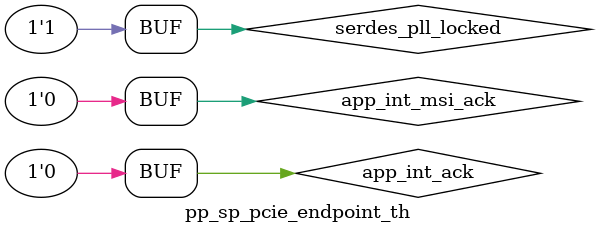
<source format=sv>
/*
Copyright (c) 2021 Jan Marjanovic

Permission is hereby granted, free of charge, to any person obtaining a copy
of this software and associated documentation files (the "Software"), to deal
in the Software without restriction, including without limitation the rights
to use, copy, modify, merge, publish, distribute, sublicense, and/or sell
copies of the Software, and to permit persons to whom the Software is
furnished to do so, subject to the following conditions:

The above copyright notice and this permission notice shall be included in all
copies or substantial portions of the Software.

THE SOFTWARE IS PROVIDED "AS IS", WITHOUT WARRANTY OF ANY KIND, EXPRESS OR
IMPLIED, INCLUDING BUT NOT LIMITED TO THE WARRANTIES OF MERCHANTABILITY,
FITNESS FOR A PARTICULAR PURPOSE AND NONINFRINGEMENT. IN NO EVENT SHALL THE
AUTHORS OR COPYRIGHT HOLDERS BE LIABLE FOR ANY CLAIM, DAMAGES OR OTHER
LIABILITY, WHETHER IN AN ACTION OF CONTRACT, TORT OR OTHERWISE, ARISING FROM,
OUT OF OR IN CONNECTION WITH THE SOFTWARE OR THE USE OR OTHER DEALINGS IN THE
SOFTWARE.
 */

`timescale 1ps / 1ps

module pp_sp_pcie_endpoint_th;

  //============================================================================
  // wires

  // clock, reset, locked
  wire                                   coreclkout_hip;
  wire                                   reset_status;
  wire serdes_pll_locked = 1'b1;
  wire                                   pld_clk_inuse;
  wire                                   pld_core_ready;
  wire                                   testin_zero;
  wire                                   pld_clk_hip;
  wire                                   reset_out;

  // RX
  wire                           [255:0] rx_st_data;
  wire                                   rx_st_sop;
  wire                                   rx_st_eop;
  wire                           [  1:0] rx_st_empty;
  wire                                   rx_st_ready;
  wire                                   rx_st_valid;
  wire                                   rx_st_err;
  wire                                   rx_st_mask;
  wire                           [  7:0] rx_st_bar;
  wire                           [ 31:0] rx_st_be;

  // TX
  wire                           [255:0] tx_st_data;
  wire                                   tx_st_sop;
  wire                                   tx_st_eop;
  wire                                   tx_st_ready;
  wire                                   tx_st_valid;
  wire                           [  1:0] tx_st_empty;
  wire                                   tx_st_err;

  // cfg
  wire                           [ 31:0] tl_cfg_ctl;
  wire                           [  3:0] tl_cfg_add;
  wire                           [ 52:0] tl_cfg_sts;

  // config
  wire                           [  6:0] cpl_err;
  wire                                   cpl_pending;
  wire                           [  4:0] hpg_ctrler;

  // interrupt
  wire                                   app_int_msi_req;
  wire                                   app_int_msi_ack = 1'b0;
  wire                           [  2:0] app_int_msi_tc;
  wire                           [  4:0] app_int_msi_num;
  wire                                   app_int_sts;
  wire                                   app_int_ack = 1'b0;

  // Avalon ST data out
  wire                           [255:0] dma_out_data;
  wire                                   dma_out_valid;
  wire                           [  7:0] dma_out_empty;

  // Avalon MM
  wire                           [ 31:0] avmm_bar0_address;
  wire                           [  3:0] avmm_bar0_byteenable;
  wire                                   avmm_bar0_read;
  wire                           [ 31:0] avmm_bar0_readdata;
  wire                           [  1:0] avmm_bar0_response;
  wire                                   avmm_bar0_write;
  wire                           [ 31:0] avmm_bar0_writedata;
  wire                                   avmm_bar0_waitrequest;
  wire                                   avmm_bar0_readdatavalid;
  wire                                   avmm_bar0_writeresponsevalid;
  wire                                   avmm_bar0_burstcount;

  //============================================================================
  // module instances

  altera_avalon_clock_reset_source clk_rst_source (
      .clk(coreclkout_hip),
      .reset(reset_status),
      .dummy_src(),
      .dummy_snk()
  );

  altera_avalon_st_source_bfm #(
      .ST_SYMBOL_W     (8),
      .ST_NUMSYMBOLS   (256 / 8),
      .ST_CHANNEL_W    (8),
      .ST_ERROR_W      (1),
      .ST_EMPTY_W      (2),
      .ST_READY_LATENCY(3),
      .ST_MAX_CHANNELS (8),
      .USE_PACKET      (1),
      .USE_CHANNEL     (1),
      .USE_ERROR       (1),
      .USE_READY       (1),
      .USE_VALID       (1),
      .USE_EMPTY       (1),
      .ST_BEATSPERCYCLE(1)
  ) st_source_rx (
      .clk(coreclkout_hip),
      .reset(reset_status),
      .src_data(rx_st_data),
      .src_channel(rx_st_bar),
      .src_valid(rx_st_valid),
      .src_startofpacket(rx_st_sop),
      .src_endofpacket(rx_st_eop),
      .src_error(rx_st_err),
      .src_empty(rx_st_empty),
      .src_ready(rx_st_ready)
  );
  // rx_st_mask and rx_st_be not connected

  altera_avalon_st_sink_bfm #(
      .ST_SYMBOL_W     (8),
      .ST_NUMSYMBOLS   (256 / 8),
      .ST_CHANNEL_W    (0),
      .ST_ERROR_W      (1),
      .ST_EMPTY_W      (2),
      .ST_READY_LATENCY(3),
      .ST_MAX_CHANNELS (1),
      .USE_PACKET      (1),
      .USE_CHANNEL     (0),
      .USE_ERROR       (1),
      .USE_READY       (1),
      .USE_VALID       (1),
      .USE_EMPTY       (1),
      .ST_BEATSPERCYCLE(1)
  ) st_sink_tx (
      .clk(coreclkout_hip),
      .reset(reset_status),
      .sink_data(tx_st_data),
      .sink_channel(),
      .sink_valid(tx_st_valid),
      .sink_startofpacket(tx_st_sop),
      .sink_endofpacket(tx_st_eop),
      .sink_error(tx_st_err),
      .sink_empty(tx_st_empty),
      .sink_ready(tx_st_ready)
  );

  altera_avalon_st_sink_bfm #(
      .ST_SYMBOL_W     (8),
      .ST_NUMSYMBOLS   (256 / 8),
      .ST_CHANNEL_W    (1),
      .ST_ERROR_W      (1),
      .ST_EMPTY_W      (8),
      .ST_READY_LATENCY(0),
      .ST_MAX_CHANNELS (1),
      .USE_PACKET      (0),
      .USE_CHANNEL     (0),
      .USE_ERROR       (0),
      .USE_READY       (0),
      .USE_VALID       (1),
      .USE_EMPTY       (1),
      .ST_BEATSPERCYCLE(1)
  ) st_sink_data (
      .clk(coreclkout_hip),
      .reset(reset_status),
      .sink_data(dma_out_data),
      .sink_channel(),
      .sink_valid(dma_out_valid),
      .sink_startofpacket(),
      .sink_endofpacket(),
      .sink_error(),
      .sink_empty(dma_out_empty),
      .sink_ready()
  );

  //============================================================================
  // DUT

  PcieEndpointWrapper DUT (
      .coreclkout_hip,
      .reset_status,
      .serdes_pll_locked,
      .pld_clk_inuse,
      .pld_core_ready,
      .testin_zero,
      .pld_clk_hip,
      .rx_st_data,
      .rx_st_sop,
      .rx_st_eop,
      .rx_st_empty,
      .rx_st_ready,
      .rx_st_valid,
      .rx_st_err,
      .rx_st_mask,
      .rx_st_bar,
      .rx_st_be,
      .tx_st_data,
      .tx_st_sop,
      .tx_st_eop,
      .tx_st_ready,
      .tx_st_valid,
      .tx_st_empty,
      .tx_st_err,
      .tl_cfg_ctl,
      .tl_cfg_add,
      .tl_cfg_sts,
      .cpl_err,
      .cpl_pending,
      .hpg_ctrler,
      .app_int_msi_req,
      .app_int_msi_ack,
      .app_int_msi_tc,
      .app_int_msi_num,
      .app_int_sts,
      .app_int_ack,
      .dma_out_data,
      .dma_out_valid,
      .dma_out_empty,
      .avmm_bar0_address,
      .avmm_bar0_byteenable,
      .avmm_bar0_read,
      .avmm_bar0_readdata,
      .avmm_bar0_response,
      .avmm_bar0_write,
      .avmm_bar0_writedata,
      .avmm_bar0_waitrequest,
      .avmm_bar0_readdatavalid,
      .avmm_bar0_writeresponsevalid,
      .avmm_bar0_burstcount,
      .reset_out
  );

endmodule

</source>
